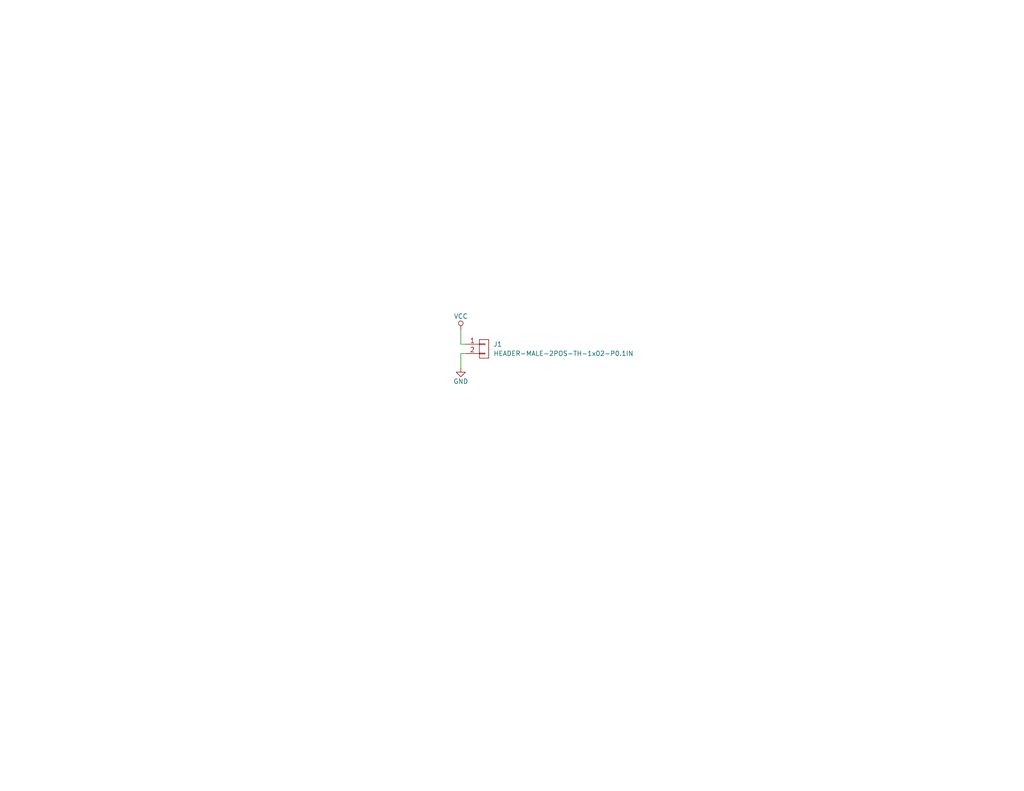
<source format=kicad_sch>
(kicad_sch (version 20231120) (generator "eeschema") (generator_version "8.0")
  (paper "USLetter")
  (title_block (title "2x2 Through-hole LED (2.54mm Pitch) Module") (date "13 Jan 2017") (rev "1.0") (company "CERN Open Hardware License v1.2.") (comment 1 "help@browndoggadgets.com") (comment 2 "http://browndoggadgets.com/") (comment 3 "Brown Dog Gadgets"))
  (lib_symbols
    (symbol "crazy_circuits:GND" (power) (pin_names (offset 0))
      (property "Value" "GND" (at 0 -3.81 0))
      (symbol "GND_0_1"
        (polyline (pts (xy 0 0) (xy 0 -1.27) (xy 1.27 -1.27) (xy 0 -2.54) (xy -1.27 -1.27) (xy 0 -1.27)))
      )
      (symbol "GND_1_1"
        (pin power_in line (at 0 0 270) (length 0) hide (name "GND") (number "1"))
      )
    )
    (symbol "crazy_circuits:HEADER-MALE-2POS-TH-1x02-P0.1IN" (pin_names (offset 1.016) hide)
      (property "Reference" "J" (at -1.27 3.81 0))
      (property "Value" "HEADER-MALE-2POS-TH-1x02-P0.1IN" (at -1.27 -3.81 0))
      (symbol "HEADER-MALE-2POS-TH-1x02-P0.1IN_0_1"
        (rectangle (start -1.27 -1.143) (end 0.254 -1.397))
        (rectangle (start -1.27 1.397) (end 0.254 1.143))
        (rectangle (start -1.27 2.54) (end 1.27 -2.54))
      )
      (symbol "HEADER-MALE-2POS-TH-1x02-P0.1IN_1_1"
        (pin passive line (at -5.08 1.27 0) (length 3.81) (name "P1") (number "1"))
        (pin passive line (at -5.08 -1.27 0) (length 3.81) (name "P2") (number "2"))
      )
    )
    (symbol "crazy_circuits:VCC" (power) (pin_names (offset 0))
      (property "Value" "VCC" (at 0 3.81 0))
      (symbol "VCC_0_1"
        (polyline (pts (xy 0 0) (xy 0 1.27)))
        (circle (center 0 1.905) (radius 0.635))
      )
      (symbol "VCC_1_1"
        (pin power_in line (at 0 0 90) (length 0) hide (name "VCC") (number "1"))
      )
    )
  )
  (wire (pts (xy 125.73 90.17) (xy 125.73 93.98)))
  (wire (pts (xy 125.73 96.52) (xy 125.73 100.33)))
  (wire (pts (xy 127 96.52) (xy 125.73 96.52)))
  (wire (pts (xy 127 93.98) (xy 125.73 93.98)))
  (symbol (lib_id "crazy_circuits:VCC") (at 125.73 90.17 0) (unit 1)
    (property "Reference" "#PWR0102" (effects (hide yes)))
    (property "Value" "VCC" (at 125.73 86.36 0))
  )
  (symbol (lib_id "crazy_circuits:GND") (at 125.73 100.33 0) (unit 1)
    (property "Reference" "#PWR0101" (effects (hide yes)))
    (property "Value" "GND" (at 125.73 104.14 0))
  )
  (symbol (lib_id "crazy_circuits:HEADER-MALE-2POS-TH-1x02-P0.1IN") (at 132.08 95.25 0) (unit 1)
    (property "Reference" "J1" (at 134.62 93.9799 0) (effects (justify left)))
    (property "Value" "HEADER-MALE-2POS-TH-1x02-P0.1IN" (at 134.62 96.5199 0) (effects (justify left)))
    (property "Footprint" "Crazy_Circuits:POWER-2.54mm-th-2x2" (effects (hide yes)))
    (property "Datasheet" "https://cdn.harwin.com/pdfs/60page140.pdf" (effects (hide yes)))
    (property "Description_1" "HEADER MALE 2POS TH 1x02 0.1”" (effects (hide yes)))
    (property "MF_Name" "Harwin" (effects (hide yes)))
    (property "MF_PN" "M20-9990246" (effects (hide yes)))
    (property "S1_Name" "Digikey" (effects (hide yes)))
    (property "S1_PN" "952-2262-ND" (effects (hide yes)))
  )
)
</source>
